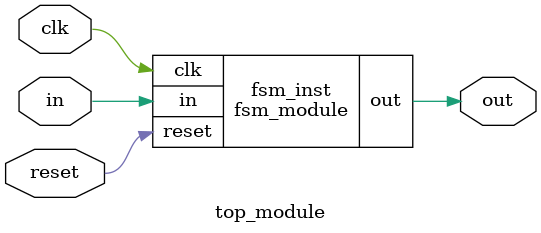
<source format=sv>
module fsm_module (
    input clk,
    input in,
    input reset,
    output reg out
);

reg [1:0] state;
reg [1:0] next_state;

always @(posedge clk or posedge reset) begin
    if (reset) begin
        state <= 2'b00; // Initial state A
    end else begin
        state <= next_state;
    end
end

always @* begin
    case(state)
        2'b00: begin // State A
            if (in) begin
                next_state = 2'b01; // Transition to state B
            end else begin
                next_state = 2'b00; // Remain in state A
            end
        end
        2'b01: begin // State B
            if (in) begin
                next_state = 2'b01; // Remain in state B
            end else begin
                next_state = 2'b10; // Transition to state C
            end
        end
        2'b10: begin // State C
            if (in) begin
                next_state = 2'b11; // Transition to state D
            end else begin
                next_state = 2'b00; // Transition to state A
            end
        end
        2'b11: begin // State D
            if (in) begin
                next_state = 2'b01; // Transition to state B
            end else begin
                next_state = 2'b10; // Transition to state C
            end
        end
    endcase
end

always @(posedge clk) begin
    if (reset) begin
        out <= 0; // Reset the output
    end else begin
        out <= (state == 2'b11); // Set output to 1 when state is D
    end
end

endmodule
module top_module (
    input clk,
    input in,
    input reset,
    output out
);

fsm_module fsm_inst (
    .clk(clk),
    .in(in),
    .reset(reset),
    .out(out)
);

endmodule

</source>
